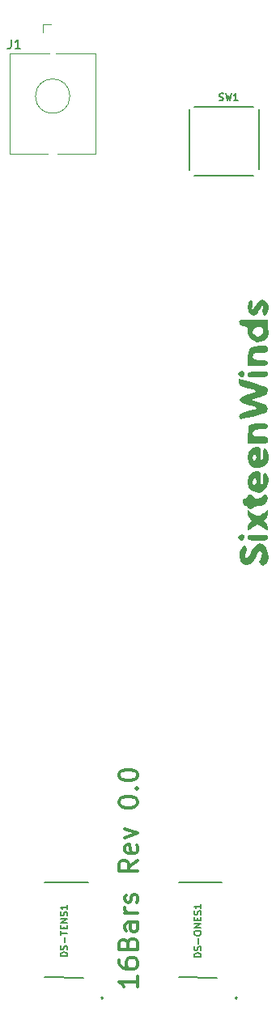
<source format=gbr>
%TF.GenerationSoftware,KiCad,Pcbnew,(6.0.0)*%
%TF.CreationDate,2022-02-24T16:42:11-08:00*%
%TF.ProjectId,16Bars,31364261-7273-42e6-9b69-6361645f7063,rev?*%
%TF.SameCoordinates,Original*%
%TF.FileFunction,Legend,Top*%
%TF.FilePolarity,Positive*%
%FSLAX46Y46*%
G04 Gerber Fmt 4.6, Leading zero omitted, Abs format (unit mm)*
G04 Created by KiCad (PCBNEW (6.0.0)) date 2022-02-24 16:42:11*
%MOMM*%
%LPD*%
G01*
G04 APERTURE LIST*
%ADD10C,0.300000*%
%ADD11C,0.150000*%
%ADD12C,0.120000*%
G04 APERTURE END LIST*
D10*
X70904761Y-135738095D02*
X70904761Y-136880952D01*
X70904761Y-136309523D02*
X68904761Y-136309523D01*
X69190476Y-136500000D01*
X69380952Y-136690476D01*
X69476190Y-136880952D01*
X68904761Y-134023809D02*
X68904761Y-134404761D01*
X69000000Y-134595238D01*
X69095238Y-134690476D01*
X69380952Y-134880952D01*
X69761904Y-134976190D01*
X70523809Y-134976190D01*
X70714285Y-134880952D01*
X70809523Y-134785714D01*
X70904761Y-134595238D01*
X70904761Y-134214285D01*
X70809523Y-134023809D01*
X70714285Y-133928571D01*
X70523809Y-133833333D01*
X70047619Y-133833333D01*
X69857142Y-133928571D01*
X69761904Y-134023809D01*
X69666666Y-134214285D01*
X69666666Y-134595238D01*
X69761904Y-134785714D01*
X69857142Y-134880952D01*
X70047619Y-134976190D01*
X69857142Y-132309523D02*
X69952380Y-132023809D01*
X70047619Y-131928571D01*
X70238095Y-131833333D01*
X70523809Y-131833333D01*
X70714285Y-131928571D01*
X70809523Y-132023809D01*
X70904761Y-132214285D01*
X70904761Y-132976190D01*
X68904761Y-132976190D01*
X68904761Y-132309523D01*
X69000000Y-132119047D01*
X69095238Y-132023809D01*
X69285714Y-131928571D01*
X69476190Y-131928571D01*
X69666666Y-132023809D01*
X69761904Y-132119047D01*
X69857142Y-132309523D01*
X69857142Y-132976190D01*
X70904761Y-130119047D02*
X69857142Y-130119047D01*
X69666666Y-130214285D01*
X69571428Y-130404761D01*
X69571428Y-130785714D01*
X69666666Y-130976190D01*
X70809523Y-130119047D02*
X70904761Y-130309523D01*
X70904761Y-130785714D01*
X70809523Y-130976190D01*
X70619047Y-131071428D01*
X70428571Y-131071428D01*
X70238095Y-130976190D01*
X70142857Y-130785714D01*
X70142857Y-130309523D01*
X70047619Y-130119047D01*
X70904761Y-129166666D02*
X69571428Y-129166666D01*
X69952380Y-129166666D02*
X69761904Y-129071428D01*
X69666666Y-128976190D01*
X69571428Y-128785714D01*
X69571428Y-128595238D01*
X70809523Y-128023809D02*
X70904761Y-127833333D01*
X70904761Y-127452380D01*
X70809523Y-127261904D01*
X70619047Y-127166666D01*
X70523809Y-127166666D01*
X70333333Y-127261904D01*
X70238095Y-127452380D01*
X70238095Y-127738095D01*
X70142857Y-127928571D01*
X69952380Y-128023809D01*
X69857142Y-128023809D01*
X69666666Y-127928571D01*
X69571428Y-127738095D01*
X69571428Y-127452380D01*
X69666666Y-127261904D01*
X70904761Y-123642857D02*
X69952380Y-124309523D01*
X70904761Y-124785714D02*
X68904761Y-124785714D01*
X68904761Y-124023809D01*
X69000000Y-123833333D01*
X69095238Y-123738095D01*
X69285714Y-123642857D01*
X69571428Y-123642857D01*
X69761904Y-123738095D01*
X69857142Y-123833333D01*
X69952380Y-124023809D01*
X69952380Y-124785714D01*
X70809523Y-122023809D02*
X70904761Y-122214285D01*
X70904761Y-122595238D01*
X70809523Y-122785714D01*
X70619047Y-122880952D01*
X69857142Y-122880952D01*
X69666666Y-122785714D01*
X69571428Y-122595238D01*
X69571428Y-122214285D01*
X69666666Y-122023809D01*
X69857142Y-121928571D01*
X70047619Y-121928571D01*
X70238095Y-122880952D01*
X69571428Y-121261904D02*
X70904761Y-120785714D01*
X69571428Y-120309523D01*
X68904761Y-117642857D02*
X68904761Y-117452380D01*
X69000000Y-117261904D01*
X69095238Y-117166666D01*
X69285714Y-117071428D01*
X69666666Y-116976190D01*
X70142857Y-116976190D01*
X70523809Y-117071428D01*
X70714285Y-117166666D01*
X70809523Y-117261904D01*
X70904761Y-117452380D01*
X70904761Y-117642857D01*
X70809523Y-117833333D01*
X70714285Y-117928571D01*
X70523809Y-118023809D01*
X70142857Y-118119047D01*
X69666666Y-118119047D01*
X69285714Y-118023809D01*
X69095238Y-117928571D01*
X69000000Y-117833333D01*
X68904761Y-117642857D01*
X70714285Y-116119047D02*
X70809523Y-116023809D01*
X70904761Y-116119047D01*
X70809523Y-116214285D01*
X70714285Y-116119047D01*
X70904761Y-116119047D01*
X68904761Y-114785714D02*
X68904761Y-114595238D01*
X69000000Y-114404761D01*
X69095238Y-114309523D01*
X69285714Y-114214285D01*
X69666666Y-114119047D01*
X70142857Y-114119047D01*
X70523809Y-114214285D01*
X70714285Y-114309523D01*
X70809523Y-114404761D01*
X70904761Y-114595238D01*
X70904761Y-114785714D01*
X70809523Y-114976190D01*
X70714285Y-115071428D01*
X70523809Y-115166666D01*
X70142857Y-115261904D01*
X69666666Y-115261904D01*
X69285714Y-115166666D01*
X69095238Y-115071428D01*
X69000000Y-114976190D01*
X68904761Y-114785714D01*
D11*
%TO.C,J1*%
X57636666Y-37752380D02*
X57636666Y-38466666D01*
X57589047Y-38609523D01*
X57493809Y-38704761D01*
X57350952Y-38752380D01*
X57255714Y-38752380D01*
X58636666Y-38752380D02*
X58065238Y-38752380D01*
X58350952Y-38752380D02*
X58350952Y-37752380D01*
X58255714Y-37895238D01*
X58160476Y-37990476D01*
X58065238Y-38038095D01*
%TO.C,DS-ONES1*%
X77527714Y-133742857D02*
X76807714Y-133742857D01*
X76807714Y-133571428D01*
X76842000Y-133468571D01*
X76910571Y-133400000D01*
X76979142Y-133365714D01*
X77116285Y-133331428D01*
X77219142Y-133331428D01*
X77356285Y-133365714D01*
X77424857Y-133400000D01*
X77493428Y-133468571D01*
X77527714Y-133571428D01*
X77527714Y-133742857D01*
X77493428Y-133057142D02*
X77527714Y-132954285D01*
X77527714Y-132782857D01*
X77493428Y-132714285D01*
X77459142Y-132680000D01*
X77390571Y-132645714D01*
X77322000Y-132645714D01*
X77253428Y-132680000D01*
X77219142Y-132714285D01*
X77184857Y-132782857D01*
X77150571Y-132920000D01*
X77116285Y-132988571D01*
X77082000Y-133022857D01*
X77013428Y-133057142D01*
X76944857Y-133057142D01*
X76876285Y-133022857D01*
X76842000Y-132988571D01*
X76807714Y-132920000D01*
X76807714Y-132748571D01*
X76842000Y-132645714D01*
X77253428Y-132337142D02*
X77253428Y-131788571D01*
X76807714Y-131308571D02*
X76807714Y-131171428D01*
X76842000Y-131102857D01*
X76910571Y-131034285D01*
X77047714Y-131000000D01*
X77287714Y-131000000D01*
X77424857Y-131034285D01*
X77493428Y-131102857D01*
X77527714Y-131171428D01*
X77527714Y-131308571D01*
X77493428Y-131377142D01*
X77424857Y-131445714D01*
X77287714Y-131480000D01*
X77047714Y-131480000D01*
X76910571Y-131445714D01*
X76842000Y-131377142D01*
X76807714Y-131308571D01*
X77527714Y-130691428D02*
X76807714Y-130691428D01*
X77527714Y-130280000D01*
X76807714Y-130280000D01*
X77150571Y-129937142D02*
X77150571Y-129697142D01*
X77527714Y-129594285D02*
X77527714Y-129937142D01*
X76807714Y-129937142D01*
X76807714Y-129594285D01*
X77493428Y-129320000D02*
X77527714Y-129217142D01*
X77527714Y-129045714D01*
X77493428Y-128977142D01*
X77459142Y-128942857D01*
X77390571Y-128908571D01*
X77322000Y-128908571D01*
X77253428Y-128942857D01*
X77219142Y-128977142D01*
X77184857Y-129045714D01*
X77150571Y-129182857D01*
X77116285Y-129251428D01*
X77082000Y-129285714D01*
X77013428Y-129320000D01*
X76944857Y-129320000D01*
X76876285Y-129285714D01*
X76842000Y-129251428D01*
X76807714Y-129182857D01*
X76807714Y-129011428D01*
X76842000Y-128908571D01*
X77527714Y-128222857D02*
X77527714Y-128634285D01*
X77527714Y-128428571D02*
X76807714Y-128428571D01*
X76910571Y-128497142D01*
X76979142Y-128565714D01*
X77013428Y-128634285D01*
%TO.C,DS-TENS1*%
X63527714Y-133640000D02*
X62807714Y-133640000D01*
X62807714Y-133468571D01*
X62842000Y-133365714D01*
X62910571Y-133297142D01*
X62979142Y-133262857D01*
X63116285Y-133228571D01*
X63219142Y-133228571D01*
X63356285Y-133262857D01*
X63424857Y-133297142D01*
X63493428Y-133365714D01*
X63527714Y-133468571D01*
X63527714Y-133640000D01*
X63493428Y-132954285D02*
X63527714Y-132851428D01*
X63527714Y-132680000D01*
X63493428Y-132611428D01*
X63459142Y-132577142D01*
X63390571Y-132542857D01*
X63322000Y-132542857D01*
X63253428Y-132577142D01*
X63219142Y-132611428D01*
X63184857Y-132680000D01*
X63150571Y-132817142D01*
X63116285Y-132885714D01*
X63082000Y-132920000D01*
X63013428Y-132954285D01*
X62944857Y-132954285D01*
X62876285Y-132920000D01*
X62842000Y-132885714D01*
X62807714Y-132817142D01*
X62807714Y-132645714D01*
X62842000Y-132542857D01*
X63253428Y-132234285D02*
X63253428Y-131685714D01*
X62807714Y-131445714D02*
X62807714Y-131034285D01*
X63527714Y-131240000D02*
X62807714Y-131240000D01*
X63150571Y-130794285D02*
X63150571Y-130554285D01*
X63527714Y-130451428D02*
X63527714Y-130794285D01*
X62807714Y-130794285D01*
X62807714Y-130451428D01*
X63527714Y-130142857D02*
X62807714Y-130142857D01*
X63527714Y-129731428D01*
X62807714Y-129731428D01*
X63493428Y-129422857D02*
X63527714Y-129320000D01*
X63527714Y-129148571D01*
X63493428Y-129080000D01*
X63459142Y-129045714D01*
X63390571Y-129011428D01*
X63322000Y-129011428D01*
X63253428Y-129045714D01*
X63219142Y-129080000D01*
X63184857Y-129148571D01*
X63150571Y-129285714D01*
X63116285Y-129354285D01*
X63082000Y-129388571D01*
X63013428Y-129422857D01*
X62944857Y-129422857D01*
X62876285Y-129388571D01*
X62842000Y-129354285D01*
X62807714Y-129285714D01*
X62807714Y-129114285D01*
X62842000Y-129011428D01*
X63527714Y-128325714D02*
X63527714Y-128737142D01*
X63527714Y-128531428D02*
X62807714Y-128531428D01*
X62910571Y-128600000D01*
X62979142Y-128668571D01*
X63013428Y-128737142D01*
%TO.C,SW1*%
X79427500Y-44103929D02*
X79530357Y-44138215D01*
X79701785Y-44138215D01*
X79770357Y-44103929D01*
X79804642Y-44069643D01*
X79838928Y-44001072D01*
X79838928Y-43932501D01*
X79804642Y-43863929D01*
X79770357Y-43829643D01*
X79701785Y-43795358D01*
X79564642Y-43761072D01*
X79496071Y-43726786D01*
X79461785Y-43692501D01*
X79427500Y-43623929D01*
X79427500Y-43555358D01*
X79461785Y-43486786D01*
X79496071Y-43452501D01*
X79564642Y-43418215D01*
X79736071Y-43418215D01*
X79838928Y-43452501D01*
X80078928Y-43418215D02*
X80250357Y-44138215D01*
X80387500Y-43623929D01*
X80524642Y-44138215D01*
X80696071Y-43418215D01*
X81347500Y-44138215D02*
X80936071Y-44138215D01*
X81141785Y-44138215D02*
X81141785Y-43418215D01*
X81073214Y-43521072D01*
X81004642Y-43589643D01*
X80936071Y-43623929D01*
%TO.C,G\u002A\u002A\u002A*%
G36*
X82041797Y-72555368D02*
G01*
X82092857Y-72810114D01*
X81980246Y-73058234D01*
X81806651Y-73103572D01*
X81519897Y-72996468D01*
X81424869Y-72754087D01*
X81566054Y-72496848D01*
X81844166Y-72396890D01*
X82041797Y-72555368D01*
G37*
G36*
X82041797Y-89639892D02*
G01*
X82092857Y-89894637D01*
X81980246Y-90142758D01*
X81806651Y-90188096D01*
X81519897Y-90080992D01*
X81424869Y-89838610D01*
X81566054Y-89581372D01*
X81844166Y-89481414D01*
X82041797Y-89639892D01*
G37*
G36*
X84225579Y-69791008D02*
G01*
X84438412Y-69859421D01*
X84507020Y-70023923D01*
X84511904Y-70155357D01*
X84486840Y-70381088D01*
X84359703Y-70492812D01*
X84052573Y-70530149D01*
X83768551Y-70533334D01*
X83269103Y-70571207D01*
X82991986Y-70675903D01*
X82959275Y-70722322D01*
X82936418Y-71032439D01*
X83148562Y-71214995D01*
X83619675Y-71286710D01*
X83772128Y-71289286D01*
X84219604Y-71305927D01*
X84440455Y-71376252D01*
X84509552Y-71530865D01*
X84511904Y-71591667D01*
X84482949Y-71751519D01*
X84352693Y-71842609D01*
X84056046Y-71883813D01*
X83527922Y-71894007D01*
X83469207Y-71894048D01*
X82426511Y-71894048D01*
X82416632Y-71067040D01*
X82470705Y-70449010D01*
X82679016Y-70054728D01*
X83084076Y-69844264D01*
X83728393Y-69777688D01*
X83789593Y-69777381D01*
X84225579Y-69791008D01*
G37*
G36*
X84009757Y-72506968D02*
G01*
X84328389Y-72543757D01*
X84474121Y-72627651D01*
X84511609Y-72777121D01*
X84511904Y-72801191D01*
X84483351Y-72960101D01*
X84354589Y-73051139D01*
X84060961Y-73092777D01*
X83537814Y-73103487D01*
X83453571Y-73103572D01*
X82897384Y-73095414D01*
X82578753Y-73058625D01*
X82433021Y-72974731D01*
X82395533Y-72825260D01*
X82395238Y-72801191D01*
X82423791Y-72642280D01*
X82552553Y-72551243D01*
X82846180Y-72509605D01*
X83369328Y-72498894D01*
X83453571Y-72498810D01*
X84009757Y-72506968D01*
G37*
G36*
X82811011Y-73646378D02*
G01*
X83542232Y-73847918D01*
X84029784Y-73993022D01*
X84320938Y-74107650D01*
X84462963Y-74217763D01*
X84503130Y-74349319D01*
X84488710Y-74528278D01*
X84484232Y-74565268D01*
X84416787Y-74810784D01*
X84236366Y-74979393D01*
X83868693Y-75124873D01*
X83604761Y-75202035D01*
X82773214Y-75433721D01*
X83604761Y-75684662D01*
X84090050Y-75851123D01*
X84352171Y-76011602D01*
X84464307Y-76220194D01*
X84484232Y-76334733D01*
X84453400Y-76665316D01*
X84333042Y-76799870D01*
X83962289Y-76912218D01*
X83449237Y-77054778D01*
X82878980Y-77205580D01*
X82336611Y-77342655D01*
X81907224Y-77444032D01*
X81675913Y-77487741D01*
X81667439Y-77488096D01*
X81520911Y-77362019D01*
X81488095Y-77191542D01*
X81512185Y-77042858D01*
X81618923Y-76924280D01*
X81860008Y-76812693D01*
X82287142Y-76684983D01*
X82952024Y-76518039D01*
X83044838Y-76495577D01*
X83314596Y-76404893D01*
X83348707Y-76306697D01*
X83128823Y-76185349D01*
X82636598Y-76025208D01*
X82421211Y-75963952D01*
X81906942Y-75794631D01*
X81639013Y-75630260D01*
X81563690Y-75443072D01*
X81637650Y-75261650D01*
X81893864Y-75096444D01*
X82383837Y-74917292D01*
X82546428Y-74867526D01*
X83021233Y-74720709D01*
X83270144Y-74611909D01*
X83278350Y-74516076D01*
X83031043Y-74408160D01*
X82513416Y-74263112D01*
X82130654Y-74164222D01*
X81716977Y-74027789D01*
X81528266Y-73860832D01*
X81488095Y-73641209D01*
X81488095Y-73283358D01*
X82811011Y-73646378D01*
G37*
G36*
X84123627Y-77953161D02*
G01*
X84391726Y-78003466D01*
X84497323Y-78116317D01*
X84511904Y-78244048D01*
X84471193Y-78426952D01*
X84299143Y-78517224D01*
X83920881Y-78545468D01*
X83772128Y-78546429D01*
X83236036Y-78594293D01*
X82964602Y-78749031D01*
X82933858Y-79027362D01*
X82959275Y-79113393D01*
X83151365Y-79237013D01*
X83584506Y-79298182D01*
X83768551Y-79302381D01*
X84212487Y-79315126D01*
X84432211Y-79379772D01*
X84505641Y-79535939D01*
X84511904Y-79680357D01*
X84496119Y-79878613D01*
X84404615Y-79991664D01*
X84171170Y-80043404D01*
X83729563Y-80057728D01*
X83464370Y-80058334D01*
X82416836Y-80058334D01*
X82416836Y-79191468D01*
X82443173Y-78683237D01*
X82511059Y-78286580D01*
X82575740Y-78133134D01*
X82825302Y-78017867D01*
X83298273Y-77951871D01*
X83623274Y-77941667D01*
X84123627Y-77953161D01*
G37*
G36*
X84461590Y-85468203D02*
G01*
X84520727Y-85748232D01*
X84464254Y-86078219D01*
X84298643Y-86346296D01*
X84219463Y-86403014D01*
X83852727Y-86518393D01*
X83463510Y-86559524D01*
X83140772Y-86602451D01*
X83000206Y-86706192D01*
X83000000Y-86710715D01*
X82873370Y-86833554D01*
X82697619Y-86861905D01*
X82451939Y-86798590D01*
X82395238Y-86710715D01*
X82272780Y-86576582D01*
X82168452Y-86559524D01*
X81967156Y-86484450D01*
X81941666Y-86420699D01*
X81891795Y-86167325D01*
X81849895Y-86042723D01*
X81860598Y-85851597D01*
X82076681Y-85803572D01*
X82335561Y-85712767D01*
X82395238Y-85576786D01*
X82521284Y-85392093D01*
X82697619Y-85350000D01*
X82943876Y-85444535D01*
X83000000Y-85576786D01*
X83134437Y-85757304D01*
X83437395Y-85803572D01*
X83791650Y-85730929D01*
X83961817Y-85576786D01*
X84163872Y-85375660D01*
X84280373Y-85350000D01*
X84461590Y-85468203D01*
G37*
G36*
X84511904Y-87373264D02*
G01*
X84414496Y-87726216D01*
X84247321Y-87912615D01*
X84065309Y-88050790D01*
X84129987Y-88181587D01*
X84247321Y-88276974D01*
X84409532Y-88498541D01*
X84507310Y-88794120D01*
X84514905Y-89043617D01*
X84430187Y-89129762D01*
X84266534Y-89048353D01*
X83967752Y-88847628D01*
X83901020Y-88798949D01*
X83453571Y-88468135D01*
X83006122Y-88798949D01*
X82692850Y-89015693D01*
X82493847Y-89126164D01*
X82476955Y-89129762D01*
X82386811Y-89015250D01*
X82408912Y-88751775D01*
X82517506Y-88459431D01*
X82659821Y-88276974D01*
X82841833Y-88106346D01*
X82777155Y-87987081D01*
X82659821Y-87912615D01*
X82455132Y-87649744D01*
X82395238Y-87373264D01*
X82395238Y-86992505D01*
X82834351Y-87305181D01*
X83176991Y-87515578D01*
X83433846Y-87616361D01*
X83453571Y-87617857D01*
X83689756Y-87535976D01*
X84028961Y-87335777D01*
X84072791Y-87305181D01*
X84511904Y-86992505D01*
X84511904Y-87373264D01*
G37*
G36*
X84009757Y-89591492D02*
G01*
X84328389Y-89628281D01*
X84474121Y-89712174D01*
X84511609Y-89861645D01*
X84511904Y-89885715D01*
X84483351Y-90044625D01*
X84354589Y-90135663D01*
X84060961Y-90177300D01*
X83537814Y-90188011D01*
X83453571Y-90188096D01*
X82897384Y-90179938D01*
X82578753Y-90143148D01*
X82433021Y-90059255D01*
X82395533Y-89909784D01*
X82395238Y-89885715D01*
X82423791Y-89726804D01*
X82552553Y-89635767D01*
X82846180Y-89594129D01*
X83369328Y-89583418D01*
X83453571Y-89583334D01*
X84009757Y-89591492D01*
G37*
G36*
X84276751Y-65103661D02*
G01*
X84421711Y-65266705D01*
X84613656Y-65605676D01*
X84625443Y-65911219D01*
X84512916Y-66246732D01*
X84308000Y-66580356D01*
X84113122Y-66648225D01*
X83979795Y-66484109D01*
X83959530Y-66121774D01*
X83999263Y-65910010D01*
X84031220Y-65615542D01*
X83948813Y-65555455D01*
X83799816Y-65708898D01*
X83632007Y-66055018D01*
X83625348Y-66073215D01*
X83374526Y-66475084D01*
X83054892Y-66627132D01*
X82737660Y-66547542D01*
X82494043Y-66254499D01*
X82395254Y-65766186D01*
X82395238Y-65759108D01*
X82452256Y-65376097D01*
X82589115Y-65113173D01*
X82754520Y-65024278D01*
X82897178Y-65163352D01*
X82915118Y-65212408D01*
X82947574Y-65579370D01*
X82911657Y-65749534D01*
X82865371Y-65971460D01*
X82948438Y-65987423D01*
X83106564Y-65831683D01*
X83285456Y-65538502D01*
X83302380Y-65502978D01*
X83592051Y-65103725D01*
X83935153Y-64966754D01*
X84276751Y-65103661D01*
G37*
G36*
X83291909Y-69424570D02*
G01*
X83205461Y-69407563D01*
X82707428Y-69158012D01*
X82449481Y-68735441D01*
X82430774Y-68408301D01*
X82939650Y-68408301D01*
X83086694Y-68632953D01*
X83378419Y-68844796D01*
X83637490Y-68790499D01*
X83820748Y-68632653D01*
X84013918Y-68421144D01*
X84038398Y-68257265D01*
X83966562Y-68051056D01*
X83756891Y-67855089D01*
X83431945Y-67828248D01*
X83122128Y-67963378D01*
X83005619Y-68103787D01*
X82939650Y-68408301D01*
X82430774Y-68408301D01*
X82425944Y-68323841D01*
X82438489Y-67981152D01*
X82315151Y-67832898D01*
X82023853Y-67781359D01*
X81667738Y-67681720D01*
X81522455Y-67438083D01*
X81515377Y-67396131D01*
X81505778Y-67242191D01*
X81565171Y-67143499D01*
X81746740Y-67087781D01*
X82103668Y-67062765D01*
X82689140Y-67056177D01*
X82989484Y-67055953D01*
X84511904Y-67055953D01*
X84511904Y-67572754D01*
X84530405Y-67986665D01*
X84575213Y-68281815D01*
X84578046Y-68290909D01*
X84577159Y-68580874D01*
X84506509Y-68834640D01*
X84228064Y-69170604D01*
X83780972Y-69385841D01*
X83378419Y-69417719D01*
X83291909Y-69424570D01*
G37*
G36*
X82488834Y-81996476D02*
G01*
X82395238Y-81494643D01*
X82924404Y-81494643D01*
X83013597Y-81759478D01*
X83113392Y-81834822D01*
X83260416Y-81760398D01*
X83302380Y-81494643D01*
X83244522Y-81200280D01*
X83113392Y-81154465D01*
X82953094Y-81338714D01*
X82924404Y-81494643D01*
X82395238Y-81494643D01*
X82513283Y-80952209D01*
X82827422Y-80553067D01*
X83277655Y-80366445D01*
X83377976Y-80360715D01*
X83601323Y-80384844D01*
X83713356Y-80508511D01*
X83752083Y-80808631D01*
X83755952Y-81125590D01*
X83783040Y-81607260D01*
X83865248Y-81797028D01*
X83921380Y-81788225D01*
X84020154Y-81579477D01*
X84012547Y-81297516D01*
X83981020Y-80844955D01*
X84066258Y-80586451D01*
X84229122Y-80554999D01*
X84430469Y-80783599D01*
X84487636Y-80896995D01*
X84638911Y-81336331D01*
X84606671Y-81691183D01*
X84488510Y-81948215D01*
X84113443Y-82395524D01*
X83656907Y-82609046D01*
X83187938Y-82603740D01*
X83113392Y-82565926D01*
X82775569Y-82394564D01*
X82488834Y-81996476D01*
G37*
G36*
X82520269Y-84596243D02*
G01*
X82395386Y-84074233D01*
X82395238Y-84054082D01*
X82405887Y-84006254D01*
X82895077Y-84006254D01*
X82898985Y-84204348D01*
X83054438Y-84427467D01*
X83203846Y-84384257D01*
X83294377Y-84107127D01*
X83302380Y-83956888D01*
X83288333Y-83639857D01*
X83215584Y-83580688D01*
X83054920Y-83718379D01*
X82895077Y-84006254D01*
X82405887Y-84006254D01*
X82514520Y-83518356D01*
X82830549Y-83121910D01*
X83280599Y-82936430D01*
X83377976Y-82930953D01*
X83601323Y-82955082D01*
X83713356Y-83078749D01*
X83752083Y-83378869D01*
X83755952Y-83695828D01*
X83783040Y-84177498D01*
X83865248Y-84367266D01*
X83921380Y-84358463D01*
X84020154Y-84149716D01*
X84012547Y-83867754D01*
X83981020Y-83415193D01*
X84066258Y-83156689D01*
X84229122Y-83125237D01*
X84430469Y-83353837D01*
X84487636Y-83467233D01*
X84616046Y-83776900D01*
X84637858Y-84008657D01*
X84547024Y-84299799D01*
X84439905Y-84550982D01*
X84126539Y-84973193D01*
X83704915Y-85171090D01*
X83248011Y-85162407D01*
X83054438Y-85071197D01*
X82828803Y-84964880D01*
X82520269Y-84596243D01*
G37*
G36*
X84068154Y-90627162D02*
G01*
X84370473Y-90981902D01*
X84554677Y-91471718D01*
X84575979Y-92013634D01*
X84561205Y-92099985D01*
X84396051Y-92462753D01*
X84222755Y-92670764D01*
X83999716Y-92834409D01*
X83842011Y-92778113D01*
X83748929Y-92674276D01*
X83625445Y-92411140D01*
X83727251Y-92143346D01*
X83877793Y-91775133D01*
X83888152Y-91447635D01*
X83762234Y-91260441D01*
X83692082Y-91246429D01*
X83508736Y-91376178D01*
X83331031Y-91696349D01*
X83301924Y-91776977D01*
X83020752Y-92372113D01*
X82653423Y-92690474D01*
X82317416Y-92758334D01*
X81917544Y-92629493D01*
X81642225Y-92297764D01*
X81515195Y-91845338D01*
X81560189Y-91354405D01*
X81787404Y-90923000D01*
X82012082Y-90694355D01*
X82155446Y-90692996D01*
X82239387Y-90792857D01*
X82325874Y-91104315D01*
X82300901Y-91246429D01*
X82140639Y-91698202D01*
X82124798Y-91930188D01*
X82254747Y-91989002D01*
X82322434Y-91979834D01*
X82551096Y-91811012D01*
X82748495Y-91467871D01*
X82766285Y-91418509D01*
X83017632Y-90937519D01*
X83363897Y-90602111D01*
X83692504Y-90490477D01*
X84068154Y-90627162D01*
G37*
D12*
%TO.C,J1*%
X57500000Y-39200000D02*
X57500000Y-49700000D01*
X60940000Y-36220000D02*
X61800000Y-36220000D01*
X66500000Y-39200000D02*
X66500000Y-49700000D01*
X60940000Y-36220000D02*
X60940000Y-37020000D01*
X66500000Y-49700000D02*
X62500000Y-49700000D01*
X66500000Y-39200000D02*
X62350000Y-39200000D01*
X61650000Y-39200000D02*
X57500000Y-39200000D01*
X61500000Y-49700000D02*
X57500000Y-49700000D01*
X63800000Y-43700000D02*
G75*
G03*
X63800000Y-43700000I-1800000J0D01*
G01*
D11*
%TO.C,DS-ONES1*%
X81190000Y-138120000D02*
G75*
G03*
X81190000Y-137920000I0J100000D01*
G01*
X81190000Y-137920000D02*
G75*
G03*
X81190000Y-138120000I0J-100000D01*
G01*
X75190000Y-125970000D02*
X79730000Y-125970000D01*
X81190000Y-137920000D02*
X81190000Y-137920000D01*
X75190000Y-135870000D02*
X79190000Y-135920000D01*
X81190000Y-138120000D02*
X81190000Y-138120000D01*
%TO.C,DS-TENS1*%
X67190000Y-137920000D02*
G75*
G03*
X67190000Y-138120000I0J-100000D01*
G01*
X67190000Y-138120000D02*
G75*
G03*
X67190000Y-137920000I0J100000D01*
G01*
X67190000Y-138120000D02*
X67190000Y-138120000D01*
X61190000Y-135870000D02*
X65190000Y-135920000D01*
X67190000Y-137920000D02*
X67190000Y-137920000D01*
X61190000Y-125970000D02*
X65730000Y-125970000D01*
%TO.C,SW1*%
X76287500Y-51412501D02*
X76287500Y-45112501D01*
X76787500Y-44812501D02*
X82987500Y-44812501D01*
X83587500Y-51312501D02*
X83587500Y-45112501D01*
X76787500Y-52012501D02*
X82987500Y-52012501D01*
%TD*%
M02*

</source>
